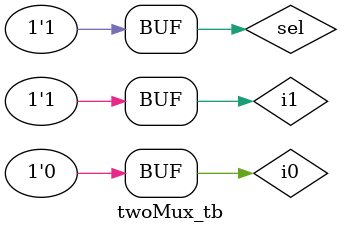
<source format=sv>

module twoMux (input logic i0, i1,
               input logic sel,
               output logic y);
  
  assign y = sel ? i0 : i1;
  
endmodule 

//--------------------------- TestBench ---------------------------//

module twoMux_tb;
  
  logic i0, i1;
  logic sel;
  wire y;
  
  twoMux dut(i0, i1, sel, y);
  
  initial begin
    $monitor("sel = %h: i0 = %h, i1 = %h --> y = %h", sel, i0, i1, y);
    i0 = 0;
    i1 = 1;
    
    #1;
    sel = 0;
    
    #1;
    sel = 1;
    
  end 
endmodule

</source>
